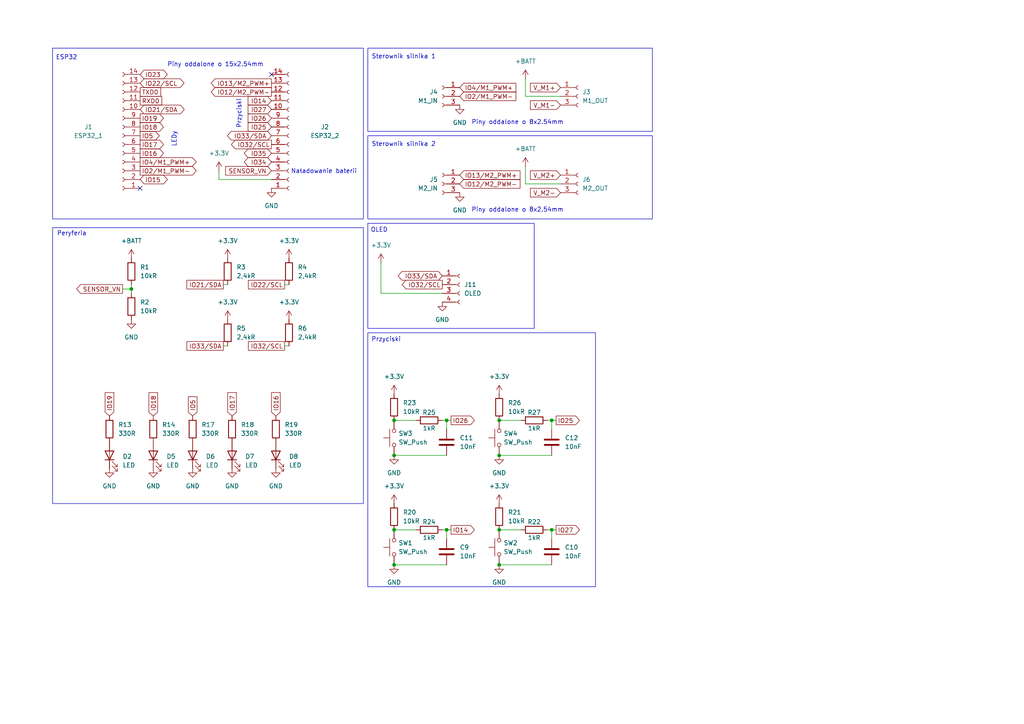
<source format=kicad_sch>
(kicad_sch (version 20231120) (generator "eeschema") (generator_version "8.0")
  (paper "A4")
  (lib_symbols
    (symbol "Connector:Conn_01x03_Socket" (pin_names (offset 1.016) hide)
      (property "Reference" "J" (at 0 5.08 0))
      (property "Value" "Conn_01x03_Socket" (at 0 -5.08 0))
      (symbol "Conn_01x03_Socket_1_1"
        (arc (start 0 -2.032) (mid -0.5058 -2.54) (end 0 -3.048) (stroke (width 0.1524)))
        (polyline (pts (xy -1.27 -2.54) (xy -0.508 -2.54)) (stroke (width 0.1524)))
        (polyline (pts (xy -1.27 0) (xy -0.508 0)) (stroke (width 0.1524)))
        (polyline (pts (xy -1.27 2.54) (xy -0.508 2.54)) (stroke (width 0.1524)))
        (arc (start 0 0.508) (mid -0.5058 0) (end 0 -0.508) (stroke (width 0.1524)))
        (arc (start 0 3.048) (mid -0.5058 2.54) (end 0 2.032) (stroke (width 0.1524)))
        (pin passive line (at -5.08 2.54 0) (length 3.81) (name "Pin_1") (number "1"))
        (pin passive line (at -5.08 0 0) (length 3.81) (name "Pin_2") (number "2"))
        (pin passive line (at -5.08 -2.54 0) (length 3.81) (name "Pin_3") (number "3"))
      )
    )
    (symbol "Connector:Conn_01x04_Socket" (pin_names (offset 1.016) hide)
      (property "Reference" "J" (at 0 5.08 0))
      (property "Value" "Conn_01x04_Socket" (at 0 -7.62 0))
      (symbol "Conn_01x04_Socket_1_1"
        (arc (start 0 -4.572) (mid -0.5058 -5.08) (end 0 -5.588) (stroke (width 0.1524)))
        (arc (start 0 -2.032) (mid -0.5058 -2.54) (end 0 -3.048) (stroke (width 0.1524)))
        (polyline (pts (xy -1.27 -5.08) (xy -0.508 -5.08)) (stroke (width 0.1524)))
        (polyline (pts (xy -1.27 -2.54) (xy -0.508 -2.54)) (stroke (width 0.1524)))
        (polyline (pts (xy -1.27 0) (xy -0.508 0)) (stroke (width 0.1524)))
        (polyline (pts (xy -1.27 2.54) (xy -0.508 2.54)) (stroke (width 0.1524)))
        (arc (start 0 0.508) (mid -0.5058 0) (end 0 -0.508) (stroke (width 0.1524)))
        (arc (start 0 3.048) (mid -0.5058 2.54) (end 0 2.032) (stroke (width 0.1524)))
        (pin passive line (at -5.08 2.54 0) (length 3.81) (name "Pin_1") (number "1"))
        (pin passive line (at -5.08 0 0) (length 3.81) (name "Pin_2") (number "2"))
        (pin passive line (at -5.08 -2.54 0) (length 3.81) (name "Pin_3") (number "3"))
        (pin passive line (at -5.08 -5.08 0) (length 3.81) (name "Pin_4") (number "4"))
      )
    )
    (symbol "Connector:Conn_01x14_Socket" (pin_names (offset 1.016) hide)
      (property "Reference" "J" (at 0 17.78 0))
      (property "Value" "Conn_01x14_Socket" (at 0 -20.32 0))
      (symbol "Conn_01x14_Socket_1_1"
        (arc (start 0 -17.272) (mid -0.5058 -17.78) (end 0 -18.288) (stroke (width 0.1524)))
        (arc (start 0 -14.732) (mid -0.5058 -15.24) (end 0 -15.748) (stroke (width 0.1524)))
        (arc (start 0 -12.192) (mid -0.5058 -12.7) (end 0 -13.208) (stroke (width 0.1524)))
        (arc (start 0 -9.652) (mid -0.5058 -10.16) (end 0 -10.668) (stroke (width 0.1524)))
        (arc (start 0 -7.112) (mid -0.5058 -7.62) (end 0 -8.128) (stroke (width 0.1524)))
        (arc (start 0 -4.572) (mid -0.5058 -5.08) (end 0 -5.588) (stroke (width 0.1524)))
        (arc (start 0 -2.032) (mid -0.5058 -2.54) (end 0 -3.048) (stroke (width 0.1524)))
        (polyline (pts (xy -1.27 -17.78) (xy -0.508 -17.78)) (stroke (width 0.1524)))
        (polyline (pts (xy -1.27 -15.24) (xy -0.508 -15.24)) (stroke (width 0.1524)))
        (polyline (pts (xy -1.27 -12.7) (xy -0.508 -12.7)) (stroke (width 0.1524)))
        (polyline (pts (xy -1.27 -10.16) (xy -0.508 -10.16)) (stroke (width 0.1524)))
        (polyline (pts (xy -1.27 -7.62) (xy -0.508 -7.62)) (stroke (width 0.1524)))
        (polyline (pts (xy -1.27 -5.08) (xy -0.508 -5.08)) (stroke (width 0.1524)))
        (polyline (pts (xy -1.27 -2.54) (xy -0.508 -2.54)) (stroke (width 0.1524)))
        (polyline (pts (xy -1.27 0) (xy -0.508 0)) (stroke (width 0.1524)))
        (polyline (pts (xy -1.27 2.54) (xy -0.508 2.54)) (stroke (width 0.1524)))
        (polyline (pts (xy -1.27 5.08) (xy -0.508 5.08)) (stroke (width 0.1524)))
        (polyline (pts (xy -1.27 7.62) (xy -0.508 7.62)) (stroke (width 0.1524)))
        (polyline (pts (xy -1.27 10.16) (xy -0.508 10.16)) (stroke (width 0.1524)))
        (polyline (pts (xy -1.27 12.7) (xy -0.508 12.7)) (stroke (width 0.1524)))
        (polyline (pts (xy -1.27 15.24) (xy -0.508 15.24)) (stroke (width 0.1524)))
        (arc (start 0 0.508) (mid -0.5058 0) (end 0 -0.508) (stroke (width 0.1524)))
        (arc (start 0 3.048) (mid -0.5058 2.54) (end 0 2.032) (stroke (width 0.1524)))
        (arc (start 0 5.588) (mid -0.5058 5.08) (end 0 4.572) (stroke (width 0.1524)))
        (arc (start 0 8.128) (mid -0.5058 7.62) (end 0 7.112) (stroke (width 0.1524)))
        (arc (start 0 10.668) (mid -0.5058 10.16) (end 0 9.652) (stroke (width 0.1524)))
        (arc (start 0 13.208) (mid -0.5058 12.7) (end 0 12.192) (stroke (width 0.1524)))
        (arc (start 0 15.748) (mid -0.5058 15.24) (end 0 14.732) (stroke (width 0.1524)))
        (pin passive line (at -5.08 15.24 0) (length 3.81) (name "Pin_1") (number "1"))
        (pin passive line (at -5.08 -7.62 0) (length 3.81) (name "Pin_10") (number "10"))
        (pin passive line (at -5.08 -10.16 0) (length 3.81) (name "Pin_11") (number "11"))
        (pin passive line (at -5.08 -12.7 0) (length 3.81) (name "Pin_12") (number "12"))
        (pin passive line (at -5.08 -15.24 0) (length 3.81) (name "Pin_13") (number "13"))
        (pin passive line (at -5.08 -17.78 0) (length 3.81) (name "Pin_14") (number "14"))
        (pin passive line (at -5.08 12.7 0) (length 3.81) (name "Pin_2") (number "2"))
        (pin passive line (at -5.08 10.16 0) (length 3.81) (name "Pin_3") (number "3"))
        (pin passive line (at -5.08 7.62 0) (length 3.81) (name "Pin_4") (number "4"))
        (pin passive line (at -5.08 5.08 0) (length 3.81) (name "Pin_5") (number "5"))
        (pin passive line (at -5.08 2.54 0) (length 3.81) (name "Pin_6") (number "6"))
        (pin passive line (at -5.08 0 0) (length 3.81) (name "Pin_7") (number "7"))
        (pin passive line (at -5.08 -2.54 0) (length 3.81) (name "Pin_8") (number "8"))
        (pin passive line (at -5.08 -5.08 0) (length 3.81) (name "Pin_9") (number "9"))
      )
    )
    (symbol "Device:C" (pin_numbers hide) (pin_names (offset 0.254))
      (property "Reference" "C" (at 0.635 2.54 0))
      (property "Value" "C" (at 0.635 -2.54 0))
      (symbol "C_0_1"
        (polyline (pts (xy -2.032 -0.762) (xy 2.032 -0.762)) (stroke (width 0.508)))
        (polyline (pts (xy -2.032 0.762) (xy 2.032 0.762)) (stroke (width 0.508)))
      )
      (symbol "C_1_1"
        (pin passive line (at 0 3.81 270) (length 2.794) (name "~") (number "1"))
        (pin passive line (at 0 -3.81 90) (length 2.794) (name "~") (number "2"))
      )
    )
    (symbol "Device:LED" (pin_numbers hide) (pin_names (offset 1.016) hide)
      (property "Reference" "D" (at 0 2.54 0))
      (property "Value" "LED" (at 0 -2.54 0))
      (symbol "LED_0_1"
        (polyline (pts (xy -1.27 -1.27) (xy -1.27 1.27)) (stroke (width 0.254)))
        (polyline (pts (xy -1.27 0) (xy 1.27 0)))
        (polyline (pts (xy 1.27 -1.27) (xy 1.27 1.27) (xy -1.27 0) (xy 1.27 -1.27)) (stroke (width 0.254)))
        (polyline (pts (xy -3.048 -0.762) (xy -4.572 -2.286) (xy -3.81 -2.286) (xy -4.572 -2.286) (xy -4.572 -1.524)))
        (polyline (pts (xy -1.778 -0.762) (xy -3.302 -2.286) (xy -2.54 -2.286) (xy -3.302 -2.286) (xy -3.302 -1.524)))
      )
      (symbol "LED_1_1"
        (pin passive line (at -3.81 0 0) (length 2.54) (name "K") (number "1"))
        (pin passive line (at 3.81 0 180) (length 2.54) (name "A") (number "2"))
      )
    )
    (symbol "Device:R" (pin_numbers hide) (pin_names (offset 0))
      (property "Reference" "R" (at 2.032 0 90))
      (property "Value" "R" (at 0 0 90))
      (symbol "R_0_1"
        (rectangle (start -1.016 -2.54) (end 1.016 2.54) (stroke (width 0.254)))
      )
      (symbol "R_1_1"
        (pin passive line (at 0 3.81 270) (length 1.27) (name "~") (number "1"))
        (pin passive line (at 0 -3.81 90) (length 1.27) (name "~") (number "2"))
      )
    )
    (symbol "Switch:SW_Push" (pin_numbers hide) (pin_names (offset 1.016) hide)
      (property "Reference" "SW" (at 1.27 2.54 0))
      (property "Value" "SW_Push" (at 0 -1.524 0))
      (symbol "SW_Push_0_1"
        (circle (center -2.032 0) (radius 0.508))
        (polyline (pts (xy 0 1.27) (xy 0 3.048)))
        (polyline (pts (xy 2.54 1.27) (xy -2.54 1.27)))
        (circle (center 2.032 0) (radius 0.508))
        (pin passive line (at -5.08 0 0) (length 2.54) (name "1") (number "1"))
        (pin passive line (at 5.08 0 180) (length 2.54) (name "2") (number "2"))
      )
    )
    (symbol "power:+3.3V" (power) (pin_numbers hide) (pin_names (offset 0) hide)
      (property "Value" "+3.3V" (at 0 3.556 0))
      (symbol "+3.3V_0_1"
        (polyline (pts (xy -0.762 1.27) (xy 0 2.54)))
        (polyline (pts (xy 0 0) (xy 0 2.54)))
        (polyline (pts (xy 0 2.54) (xy 0.762 1.27)))
      )
      (symbol "+3.3V_1_1"
        (pin power_in line (at 0 0 90) (length 0) (name "~") (number "1"))
      )
    )
    (symbol "power:+BATT" (power) (pin_numbers hide) (pin_names (offset 0) hide)
      (property "Value" "+BATT" (at 0 3.556 0))
      (symbol "+BATT_0_1"
        (polyline (pts (xy -0.762 1.27) (xy 0 2.54)))
        (polyline (pts (xy 0 0) (xy 0 2.54)))
        (polyline (pts (xy 0 2.54) (xy 0.762 1.27)))
      )
      (symbol "+BATT_1_1"
        (pin power_in line (at 0 0 90) (length 0) (name "~") (number "1"))
      )
    )
    (symbol "power:GND" (power) (pin_numbers hide) (pin_names (offset 0) hide)
      (property "Value" "GND" (at 0 -3.81 0))
      (symbol "GND_0_1"
        (polyline (pts (xy 0 0) (xy 0 -1.27) (xy 1.27 -1.27) (xy 0 -2.54) (xy -1.27 -1.27) (xy 0 -1.27)))
      )
      (symbol "GND_1_1"
        (pin power_in line (at 0 0 270) (length 0) (name "~") (number "1"))
      )
    )
  )
  (junction (at 114.3 121.92))
  (junction (at 114.3 163.83))
  (junction (at 114.3 153.67))
  (junction (at 129.54 121.92))
  (junction (at 160.02 121.92))
  (junction (at 129.54 153.67))
  (junction (at 114.3 132.08))
  (junction (at 144.78 121.92))
  (junction (at 144.78 153.67))
  (junction (at 160.02 153.67))
  (junction (at 144.78 163.83))
  (junction (at 38.1 83.82))
  (junction (at 144.78 132.08))
  (no_connect (at 40.64 54.61))
  (no_connect (at 78.74 21.59))
  (wire (pts (xy 110.49 76.2) (xy 110.49 85.09)))
  (wire (pts (xy 83.82 100.33) (xy 82.55 100.33)))
  (wire (pts (xy 152.4 53.34) (xy 162.56 53.34)))
  (wire (pts (xy 144.78 153.67) (xy 151.13 153.67)))
  (wire (pts (xy 152.4 22.86) (xy 152.4 27.94)))
  (wire (pts (xy 35.56 83.82) (xy 38.1 83.82)))
  (wire (pts (xy 160.02 153.67) (xy 160.02 156.21)))
  (wire (pts (xy 160.02 153.67) (xy 161.29 153.67)))
  (wire (pts (xy 38.1 82.55) (xy 38.1 83.82)))
  (wire (pts (xy 128.27 121.92) (xy 129.54 121.92)))
  (wire (pts (xy 129.54 153.67) (xy 129.54 156.21)))
  (wire (pts (xy 144.78 132.08) (xy 160.02 132.08)))
  (wire (pts (xy 64.77 82.55) (xy 66.04 82.55)))
  (wire (pts (xy 110.49 85.09) (xy 128.27 85.09)))
  (wire (pts (xy 144.78 121.92) (xy 151.13 121.92)))
  (wire (pts (xy 144.78 163.83) (xy 160.02 163.83)))
  (wire (pts (xy 83.82 82.55) (xy 82.55 82.55)))
  (wire (pts (xy 114.3 132.08) (xy 129.54 132.08)))
  (wire (pts (xy 152.4 48.26) (xy 152.4 53.34)))
  (wire (pts (xy 38.1 83.82) (xy 38.1 85.09)))
  (wire (pts (xy 63.5 49.53) (xy 63.5 52.07)))
  (wire (pts (xy 160.02 121.92) (xy 161.29 121.92)))
  (wire (pts (xy 129.54 153.67) (xy 130.81 153.67)))
  (wire (pts (xy 64.77 100.33) (xy 66.04 100.33)))
  (wire (pts (xy 129.54 121.92) (xy 130.81 121.92)))
  (wire (pts (xy 160.02 121.92) (xy 160.02 124.46)))
  (wire (pts (xy 128.27 153.67) (xy 129.54 153.67)))
  (wire (pts (xy 158.75 121.92) (xy 160.02 121.92)))
  (wire (pts (xy 114.3 121.92) (xy 120.65 121.92)))
  (wire (pts (xy 114.3 163.83) (xy 129.54 163.83)))
  (wire (pts (xy 114.3 153.67) (xy 120.65 153.67)))
  (wire (pts (xy 152.4 27.94) (xy 162.56 27.94)))
  (wire (pts (xy 63.5 52.07) (xy 78.74 52.07)))
  (wire (pts (xy 158.75 153.67) (xy 160.02 153.67)))
  (wire (pts (xy 129.54 121.92) (xy 129.54 124.46)))
  (rectangle (start 106.68 39.37) (end 189.23 63.5))
  (rectangle (start 15.24 13.97) (end 105.41 63.5))
  (rectangle (start 106.68 96.52) (end 172.72 170.18))
  (rectangle (start 15.24 66.04) (end 105.41 146.05))
  (rectangle (start 106.68 64.77) (end 154.94 95.25))
  (rectangle (start 106.68 13.97) (end 189.23 38.1))
  (text "OLED" (at 109.982 66.802 0) (effects (font (size 1.27 1.27))))
  (text "Peryferia" (at 20.828 67.818 0) (effects (font (size 1.27 1.27))))
  (text "Przyciski\n" (at 112.014 98.552 0) (effects (font (size 1.27 1.27))))
  (text "Piny oddalone o 8x2.54mm" (at 150.114 60.96 0) (effects (font (size 1.27 1.27))))
  (text "Sterownik silnika 1" (at 117.094 16.51 0) (effects (font (size 1.27 1.27))))
  (text "Naładowanie baterii" (at 93.98 49.784 0) (effects (font (size 1.27 1.27))))
  (text "LEDy" (at 50.546 40.386 90) (effects (font (size 1.27 1.27))))
  (text "ESP32" (at 19.304 16.764 0) (effects (font (size 1.27 1.27))))
  (text "Piny oddalone o 8x2.54mm" (at 150.114 35.56 0) (effects (font (size 1.27 1.27))))
  (text "Sterownik silnika 2" (at 117.094 41.91 0) (effects (font (size 1.27 1.27))))
  (text "Piny oddalone o 15x2.54mm" (at 62.484 18.796 0) (effects (font (size 1.27 1.27))))
  (text "Przyciski" (at 69.342 33.02 90) (effects (font (size 1.27 1.27))))
  (global_label "IO14" (shape input) (at 78.74 29.21 180) (property "Intersheetrefs" "${INTERSHEET_REFS}" (effects (hide yes))))
  (global_label "IO18" (shape output) (at 40.64 36.83 0) (property "Intersheetrefs" "${INTERSHEET_REFS}" (effects (hide yes))))
  (global_label "IO16" (shape output) (at 40.64 44.45 0) (property "Intersheetrefs" "${INTERSHEET_REFS}" (effects (hide yes))))
  (global_label "IO33{slash}SDA" (shape passive) (at 64.77 100.33 180) (property "Intersheetrefs" "${INTERSHEET_REFS}" (effects (hide yes))))
  (global_label "IO34" (shape bidirectional) (at 78.74 46.99 180) (property "Intersheetrefs" "${INTERSHEET_REFS}" (effects (hide yes))))
  (global_label "V_M1-" (shape input) (at 162.56 30.48 180) (property "Intersheetrefs" "${INTERSHEET_REFS}" (effects (hide yes))))
  (global_label "IO22{slash}SCL" (shape passive) (at 82.55 82.55 180) (property "Intersheetrefs" "${INTERSHEET_REFS}" (effects (hide yes))))
  (global_label "IO17" (shape output) (at 40.64 41.91 0) (property "Intersheetrefs" "${INTERSHEET_REFS}" (effects (hide yes))))
  (global_label "IO32{slash}SCL" (shape passive) (at 82.55 100.33 180) (property "Intersheetrefs" "${INTERSHEET_REFS}" (effects (hide yes))))
  (global_label "IO5" (shape input) (at 55.88 120.65 90) (property "Intersheetrefs" "${INTERSHEET_REFS}" (effects (hide yes))))
  (global_label "IO12{slash}M2_PWM-" (shape output) (at 78.74 26.67 180) (property "Intersheetrefs" "${INTERSHEET_REFS}" (effects (hide yes))))
  (global_label "IO35" (shape bidirectional) (at 78.74 44.45 180) (property "Intersheetrefs" "${INTERSHEET_REFS}" (effects (hide yes))))
  (global_label "IO23" (shape bidirectional) (at 40.64 21.59 0) (property "Intersheetrefs" "${INTERSHEET_REFS}" (effects (hide yes))))
  (global_label "IO26" (shape input) (at 78.74 34.29 180) (property "Intersheetrefs" "${INTERSHEET_REFS}" (effects (hide yes))))
  (global_label "IO16" (shape input) (at 80.01 120.65 90) (property "Intersheetrefs" "${INTERSHEET_REFS}" (effects (hide yes))))
  (global_label "IO13{slash}M2_PWM+" (shape input) (at 133.35 50.8 0) (property "Intersheetrefs" "${INTERSHEET_REFS}" (effects (hide yes))))
  (global_label "IO5" (shape output) (at 40.64 39.37 0) (property "Intersheetrefs" "${INTERSHEET_REFS}" (effects (hide yes))))
  (global_label "V_M2-" (shape input) (at 162.56 55.88 180) (property "Intersheetrefs" "${INTERSHEET_REFS}" (effects (hide yes))))
  (global_label "V_M2+" (shape input) (at 162.56 50.8 180) (property "Intersheetrefs" "${INTERSHEET_REFS}" (effects (hide yes))))
  (global_label "TXD0" (shape passive) (at 40.64 26.67 0) (property "Intersheetrefs" "${INTERSHEET_REFS}" (effects (hide yes))))
  (global_label "IO27" (shape input) (at 78.74 31.75 180) (property "Intersheetrefs" "${INTERSHEET_REFS}" (effects (hide yes))))
  (global_label "IO32{slash}SCL" (shape output) (at 128.27 82.55 180) (property "Intersheetrefs" "${INTERSHEET_REFS}" (effects (hide yes))))
  (global_label "IO33{slash}SDA" (shape bidirectional) (at 78.74 39.37 180) (property "Intersheetrefs" "${INTERSHEET_REFS}" (effects (hide yes))))
  (global_label "IO22{slash}SCL" (shape bidirectional) (at 40.64 24.13 0) (property "Intersheetrefs" "${INTERSHEET_REFS}" (effects (hide yes))))
  (global_label "IO15" (shape bidirectional) (at 40.64 52.07 0) (property "Intersheetrefs" "${INTERSHEET_REFS}" (effects (hide yes))))
  (global_label "IO19" (shape input) (at 31.75 120.65 90) (property "Intersheetrefs" "${INTERSHEET_REFS}" (effects (hide yes))))
  (global_label "IO13{slash}M2_PWM+" (shape output) (at 78.74 24.13 180) (property "Intersheetrefs" "${INTERSHEET_REFS}" (effects (hide yes))))
  (global_label "SENSOR_VN" (shape output) (at 35.56 83.82 180) (property "Intersheetrefs" "${INTERSHEET_REFS}" (effects (hide yes))))
  (global_label "RXD0" (shape passive) (at 40.64 29.21 0) (property "Intersheetrefs" "${INTERSHEET_REFS}" (effects (hide yes))))
  (global_label "IO25" (shape output) (at 161.29 121.92 0) (property "Intersheetrefs" "${INTERSHEET_REFS}" (effects (hide yes))))
  (global_label "IO19" (shape output) (at 40.64 34.29 0) (property "Intersheetrefs" "${INTERSHEET_REFS}" (effects (hide yes))))
  (global_label "IO4{slash}M1_PWM+" (shape output) (at 40.64 46.99 0) (property "Intersheetrefs" "${INTERSHEET_REFS}" (effects (hide yes))))
  (global_label "IO25" (shape input) (at 78.74 36.83 180) (property "Intersheetrefs" "${INTERSHEET_REFS}" (effects (hide yes))))
  (global_label "IO4{slash}M1_PWM+" (shape input) (at 133.35 25.4 0) (property "Intersheetrefs" "${INTERSHEET_REFS}" (effects (hide yes))))
  (global_label "IO12{slash}M2_PWM-" (shape input) (at 133.35 53.34 0) (property "Intersheetrefs" "${INTERSHEET_REFS}" (effects (hide yes))))
  (global_label "IO2{slash}M1_PWM-" (shape output) (at 40.64 49.53 0) (property "Intersheetrefs" "${INTERSHEET_REFS}" (effects (hide yes))))
  (global_label "IO26" (shape output) (at 130.81 121.92 0) (property "Intersheetrefs" "${INTERSHEET_REFS}" (effects (hide yes))))
  (global_label "IO21{slash}SDA" (shape passive) (at 64.77 82.55 180) (property "Intersheetrefs" "${INTERSHEET_REFS}" (effects (hide yes))))
  (global_label "IO21{slash}SDA" (shape bidirectional) (at 40.64 31.75 0) (property "Intersheetrefs" "${INTERSHEET_REFS}" (effects (hide yes))))
  (global_label "IO14" (shape output) (at 130.81 153.67 0) (property "Intersheetrefs" "${INTERSHEET_REFS}" (effects (hide yes))))
  (global_label "IO2{slash}M1_PWM-" (shape input) (at 133.35 27.94 0) (property "Intersheetrefs" "${INTERSHEET_REFS}" (effects (hide yes))))
  (global_label "IO32{slash}SCL" (shape output) (at 78.74 41.91 180) (property "Intersheetrefs" "${INTERSHEET_REFS}" (effects (hide yes))))
  (global_label "SENSOR_VN" (shape input) (at 78.74 49.53 180) (property "Intersheetrefs" "${INTERSHEET_REFS}" (effects (hide yes))))
  (global_label "IO27" (shape output) (at 161.29 153.67 0) (property "Intersheetrefs" "${INTERSHEET_REFS}" (effects (hide yes))))
  (global_label "IO17" (shape input) (at 67.31 120.65 90) (property "Intersheetrefs" "${INTERSHEET_REFS}" (effects (hide yes))))
  (global_label "V_M1+" (shape input) (at 162.56 25.4 180) (property "Intersheetrefs" "${INTERSHEET_REFS}" (effects (hide yes))))
  (global_label "IO18" (shape input) (at 44.45 120.65 90) (property "Intersheetrefs" "${INTERSHEET_REFS}" (effects (hide yes))))
  (global_label "IO33{slash}SDA" (shape bidirectional) (at 128.27 80.01 180) (property "Intersheetrefs" "${INTERSHEET_REFS}" (effects (hide yes))))
  (symbol (lib_id "power:GND") (at 67.31 135.89 0) (unit 1)
    (property "Reference" "#PWR043" (effects (hide yes)))
    (property "Value" "GND" (at 67.31 140.97 0))
  )
  (symbol (lib_id "Device:R") (at 124.46 153.67 90) (unit 1)
    (property "Reference" "R24" (at 124.46 151.384 90))
    (property "Value" "1kR" (at 124.46 155.956 90))
    (property "Footprint" "Resistor_SMD:R_0402_1005Metric_Pad0.72x0.64mm_HandSolder" (effects (hide yes)))
    (property "Description" "Resistor" (effects (hide yes)))
  )
  (symbol (lib_id "Connector:Conn_01x03_Socket") (at 128.27 53.34 0) (mirror y) (unit 1)
    (property "Reference" "J5" (at 127 52.0699 0) (effects (justify left)))
    (property "Value" "M2_IN" (at 127 54.6099 0) (effects (justify left)))
    (property "Footprint" "Connector_PinSocket_2.54mm:PinSocket_1x03_P2.54mm_Vertical" (effects (hide yes)))
    (property "Description" "Generic connector, single row, 01x03, script generated" (effects (hide yes)))
  )
  (symbol (lib_id "Device:R") (at 154.94 153.67 90) (unit 1)
    (property "Reference" "R22" (at 154.94 151.384 90))
    (property "Value" "1kR" (at 154.94 155.956 90))
    (property "Footprint" "Resistor_SMD:R_0402_1005Metric_Pad0.72x0.64mm_HandSolder" (effects (hide yes)))
    (property "Description" "Resistor" (effects (hide yes)))
  )
  (symbol (lib_id "Device:R") (at 67.31 124.46 0) (unit 1)
    (property "Reference" "R18" (at 69.85 123.1899 0) (effects (justify left)))
    (property "Value" "330R" (at 69.85 125.7299 0) (effects (justify left)))
    (property "Footprint" "Resistor_SMD:R_0402_1005Metric_Pad0.72x0.64mm_HandSolder" (effects (hide yes)))
    (property "Description" "Resistor" (effects (hide yes)))
  )
  (symbol (lib_id "Device:C") (at 129.54 160.02 0) (unit 1)
    (property "Reference" "C9" (at 133.35 158.7499 0) (effects (justify left)))
    (property "Value" "10nF" (at 133.35 161.2899 0) (effects (justify left)))
    (property "Footprint" "Capacitor_SMD:C_0402_1005Metric_Pad0.74x0.62mm_HandSolder" (effects (hide yes)))
    (property "Description" "Unpolarized capacitor" (effects (hide yes)))
  )
  (symbol (lib_id "Device:R") (at 38.1 78.74 0) (unit 1)
    (property "Reference" "R1" (at 40.64 77.4699 0) (effects (justify left)))
    (property "Value" "10kR" (at 40.64 80.0099 0) (effects (justify left)))
    (property "Footprint" "Resistor_SMD:R_0402_1005Metric_Pad0.72x0.64mm_HandSolder" (effects (hide yes)))
    (property "Description" "Resistor" (effects (hide yes)))
  )
  (symbol (lib_id "Device:R") (at 124.46 121.92 90) (unit 1)
    (property "Reference" "R25" (at 124.46 119.634 90))
    (property "Value" "1kR" (at 124.46 124.206 90))
    (property "Footprint" "Resistor_SMD:R_0402_1005Metric_Pad0.72x0.64mm_HandSolder" (effects (hide yes)))
    (property "Description" "Resistor" (effects (hide yes)))
  )
  (symbol (lib_id "power:GND") (at 38.1 92.71 0) (unit 1)
    (property "Reference" "#PWR08" (effects (hide yes)))
    (property "Value" "GND" (at 38.1 97.79 0))
    (property "Description" "Power symbol creates a global label with name \"GND\" , ground" (effects (hide yes)))
  )
  (symbol (lib_id "power:GND") (at 144.78 132.08 0) (unit 1)
    (property "Reference" "#PWR052" (effects (hide yes)))
    (property "Value" "GND" (at 144.78 137.16 0))
  )
  (symbol (lib_id "Device:R") (at 83.82 96.52 0) (unit 1)
    (property "Reference" "R6" (at 86.36 95.2499 0) (effects (justify left)))
    (property "Value" "2,4kR" (at 86.36 97.7899 0) (effects (justify left)))
    (property "Footprint" "Resistor_SMD:R_0402_1005Metric_Pad0.72x0.64mm_HandSolder" (effects (hide yes)))
    (property "Description" "Resistor" (effects (hide yes)))
  )
  (symbol (lib_id "power:+3.3V") (at 110.49 76.2 0) (unit 1)
    (property "Reference" "#PWR037" (effects (hide yes)))
    (property "Value" "+3.3V" (at 110.49 71.12 0))
    (property "Description" "Power symbol creates a global label with name \"+3.3V\"" (effects (hide yes)))
  )
  (symbol (lib_id "Device:C") (at 160.02 128.27 0) (unit 1)
    (property "Reference" "C12" (at 163.83 126.9999 0) (effects (justify left)))
    (property "Value" "10nF" (at 163.83 129.5399 0) (effects (justify left)))
    (property "Footprint" "Capacitor_SMD:C_0402_1005Metric_Pad0.74x0.62mm_HandSolder" (effects (hide yes)))
    (property "Description" "Unpolarized capacitor" (effects (hide yes)))
  )
  (symbol (lib_id "Device:R") (at 66.04 96.52 0) (unit 1)
    (property "Reference" "R5" (at 68.58 95.2499 0) (effects (justify left)))
    (property "Value" "2,4kR" (at 68.58 97.7899 0) (effects (justify left)))
    (property "Footprint" "Resistor_SMD:R_0402_1005Metric_Pad0.72x0.64mm_HandSolder" (effects (hide yes)))
    (property "Description" "Resistor" (effects (hide yes)))
  )
  (symbol (lib_id "power:GND") (at 114.3 132.08 0) (unit 1)
    (property "Reference" "#PWR050" (effects (hide yes)))
    (property "Value" "GND" (at 114.3 137.16 0))
  )
  (symbol (lib_id "Connector:Conn_01x14_Socket") (at 83.82 39.37 0) (mirror x) (unit 1)
    (property "Reference" "J2" (at 94.234 36.83 0))
    (property "Value" "ESP32_2" (at 94.234 39.37 0))
    (property "Footprint" "Connector_PinSocket_2.54mm:PinSocket_1x14_P2.54mm_Vertical" (effects (hide yes)))
    (property "Description" "Generic connector, single row, 01x14, script generated" (effects (hide yes)))
  )
  (symbol (lib_id "power:+BATT") (at 152.4 22.86 0) (unit 1)
    (property "Reference" "#PWR04" (effects (hide yes)))
    (property "Value" "+BATT" (at 152.4 17.78 0))
    (property "Description" "Power symbol creates a global label with name \"+BATT\"" (effects (hide yes)))
  )
  (symbol (lib_id "power:GND") (at 144.78 163.83 0) (unit 1)
    (property "Reference" "#PWR048" (effects (hide yes)))
    (property "Value" "GND" (at 144.78 168.91 0))
  )
  (symbol (lib_id "power:GND") (at 133.35 55.88 0) (unit 1)
    (property "Reference" "#PWR06" (effects (hide yes)))
    (property "Value" "GND" (at 133.35 60.96 0))
  )
  (symbol (lib_id "power:+3.3V") (at 63.5 49.53 0) (unit 1)
    (property "Reference" "#PWR01" (effects (hide yes)))
    (property "Value" "+3.3V" (at 63.5 44.45 0))
    (property "Description" "Power symbol creates a global label with name \"+3.3V\"" (effects (hide yes)))
  )
  (symbol (lib_id "Device:R") (at 114.3 149.86 0) (unit 1)
    (property "Reference" "R20" (at 116.84 148.5899 0) (effects (justify left)))
    (property "Value" "10kR" (at 116.84 151.1299 0) (effects (justify left)))
    (property "Footprint" "Resistor_SMD:R_0402_1005Metric_Pad0.72x0.64mm_HandSolder" (effects (hide yes)))
    (property "Description" "Resistor" (effects (hide yes)))
  )
  (symbol (lib_id "power:+3.3V") (at 66.04 74.93 0) (unit 1)
    (property "Reference" "#PWR09" (effects (hide yes)))
    (property "Value" "+3.3V" (at 66.04 69.85 0))
    (property "Description" "Power symbol creates a global label with name \"+3.3V\"" (effects (hide yes)))
  )
  (symbol (lib_id "Connector:Conn_01x03_Socket") (at 167.64 53.34 0) (unit 1)
    (property "Reference" "J6" (at 168.91 52.0699 0) (effects (justify left)))
    (property "Value" "M2_OUT" (at 168.91 54.6099 0) (effects (justify left)))
    (property "Footprint" "Connector_PinSocket_2.54mm:PinSocket_1x03_P2.54mm_Vertical" (effects (hide yes)))
    (property "Description" "Generic connector, single row, 01x03, script generated" (effects (hide yes)))
  )
  (symbol (lib_id "power:GND") (at 133.35 30.48 0) (unit 1)
    (property "Reference" "#PWR03" (effects (hide yes)))
    (property "Value" "GND" (at 133.35 35.56 0))
  )
  (symbol (lib_id "Connector:Conn_01x14_Socket") (at 35.56 39.37 180) (unit 1)
    (property "Reference" "J1" (at 25.654 36.83 0))
    (property "Value" "ESP32_1" (at 25.654 39.37 0))
    (property "Footprint" "Connector_PinSocket_2.54mm:PinSocket_1x14_P2.54mm_Vertical" (effects (hide yes)))
    (property "Description" "Generic connector, single row, 01x14, script generated" (effects (hide yes)))
  )
  (symbol (lib_id "Connector:Conn_01x04_Socket") (at 133.35 82.55 0) (unit 1)
    (property "Reference" "J11" (at 134.62 82.5499 0) (effects (justify left)))
    (property "Value" "OLED" (at 134.62 85.0899 0) (effects (justify left)))
    (property "Footprint" "Connector_PinSocket_2.54mm:PinSocket_1x04_P2.54mm_Vertical" (effects (hide yes)))
    (property "Description" "Generic connector, single row, 01x04, script generated" (effects (hide yes)))
  )
  (symbol (lib_id "Device:C") (at 129.54 128.27 0) (unit 1)
    (property "Reference" "C11" (at 133.35 126.9999 0) (effects (justify left)))
    (property "Value" "10nF" (at 133.35 129.5399 0) (effects (justify left)))
    (property "Footprint" "Capacitor_SMD:C_0402_1005Metric_Pad0.74x0.62mm_HandSolder" (effects (hide yes)))
    (property "Description" "Unpolarized capacitor" (effects (hide yes)))
  )
  (symbol (lib_id "Device:LED") (at 44.45 132.08 90) (unit 1)
    (property "Reference" "D5" (at 48.26 132.3974 90) (effects (justify right)))
    (property "Value" "LED" (at 48.26 134.9374 90) (effects (justify right)))
    (property "Footprint" "LED_SMD:LED_0402_1005Metric" (effects (hide yes)))
    (property "Description" "Light emitting diode" (effects (hide yes)))
  )
  (symbol (lib_id "Device:R") (at 144.78 149.86 0) (unit 1)
    (property "Reference" "R21" (at 147.32 148.5899 0) (effects (justify left)))
    (property "Value" "10kR" (at 147.32 151.1299 0) (effects (justify left)))
    (property "Footprint" "Resistor_SMD:R_0402_1005Metric_Pad0.72x0.64mm_HandSolder" (effects (hide yes)))
    (property "Description" "Resistor" (effects (hide yes)))
  )
  (symbol (lib_id "Switch:SW_Push") (at 144.78 127 90) (unit 1)
    (property "Reference" "SW4" (at 146.05 125.7299 90) (effects (justify right)))
    (property "Value" "SW_Push" (at 146.05 128.2699 90) (effects (justify right)))
    (property "Footprint" "Button_Switch_THT:SW_PUSH_6mm_H5mm" (effects (hide yes)))
    (property "Description" "Push button switch, generic, two pins" (effects (hide yes)))
  )
  (symbol (lib_id "Device:R") (at 66.04 78.74 0) (unit 1)
    (property "Reference" "R3" (at 68.58 77.4699 0) (effects (justify left)))
    (property "Value" "2,4kR" (at 68.58 80.0099 0) (effects (justify left)))
    (property "Footprint" "Resistor_SMD:R_0402_1005Metric_Pad0.72x0.64mm_HandSolder" (effects (hide yes)))
    (property "Description" "Resistor" (effects (hide yes)))
  )
  (symbol (lib_id "Device:R") (at 31.75 124.46 0) (unit 1)
    (property "Reference" "R13" (at 34.29 123.1899 0) (effects (justify left)))
    (property "Value" "330R" (at 34.29 125.7299 0) (effects (justify left)))
    (property "Footprint" "Resistor_SMD:R_0402_1005Metric_Pad0.72x0.64mm_HandSolder" (effects (hide yes)))
    (property "Description" "Resistor" (effects (hide yes)))
  )
  (symbol (lib_id "power:+3.3V") (at 83.82 92.71 0) (unit 1)
    (property "Reference" "#PWR022" (effects (hide yes)))
    (property "Value" "+3.3V" (at 83.82 87.63 0))
    (property "Description" "Power symbol creates a global label with name \"+3.3V\"" (effects (hide yes)))
  )
  (symbol (lib_id "Device:LED") (at 31.75 132.08 90) (unit 1)
    (property "Reference" "D2" (at 35.56 132.3974 90) (effects (justify right)))
    (property "Value" "LED" (at 35.56 134.9374 90) (effects (justify right)))
    (property "Footprint" "LED_SMD:LED_0402_1005Metric" (effects (hide yes)))
    (property "Description" "Light emitting diode" (effects (hide yes)))
  )
  (symbol (lib_id "Device:R") (at 83.82 78.74 0) (unit 1)
    (property "Reference" "R4" (at 86.36 77.4699 0) (effects (justify left)))
    (property "Value" "2,4kR" (at 86.36 80.0099 0) (effects (justify left)))
    (property "Footprint" "Resistor_SMD:R_0402_1005Metric_Pad0.72x0.64mm_HandSolder" (effects (hide yes)))
    (property "Description" "Resistor" (effects (hide yes)))
  )
  (symbol (lib_id "Switch:SW_Push") (at 114.3 127 90) (unit 1)
    (property "Reference" "SW3" (at 115.57 125.7299 90) (effects (justify right)))
    (property "Value" "SW_Push" (at 115.57 128.2699 90) (effects (justify right)))
    (property "Footprint" "Button_Switch_THT:SW_PUSH_6mm_H5mm" (effects (hide yes)))
    (property "Description" "Push button switch, generic, two pins" (effects (hide yes)))
  )
  (symbol (lib_id "power:+3.3V") (at 114.3 114.3 0) (unit 1)
    (property "Reference" "#PWR049" (effects (hide yes)))
    (property "Value" "+3.3V" (at 114.3 109.22 0))
    (property "Description" "Power symbol creates a global label with name \"+3.3V\"" (effects (hide yes)))
  )
  (symbol (lib_id "Switch:SW_Push") (at 114.3 158.75 90) (unit 1)
    (property "Reference" "SW1" (at 115.57 157.4799 90) (effects (justify right)))
    (property "Value" "SW_Push" (at 115.57 160.0199 90) (effects (justify right)))
    (property "Footprint" "Button_Switch_THT:SW_PUSH_6mm_H5mm" (effects (hide yes)))
    (property "Description" "Push button switch, generic, two pins" (effects (hide yes)))
  )
  (symbol (lib_id "Device:LED") (at 67.31 132.08 90) (unit 1)
    (property "Reference" "D7" (at 71.12 132.3974 90) (effects (justify right)))
    (property "Value" "LED" (at 71.12 134.9374 90) (effects (justify right)))
    (property "Footprint" "LED_SMD:LED_0402_1005Metric" (effects (hide yes)))
    (property "Description" "Light emitting diode" (effects (hide yes)))
  )
  (symbol (lib_id "power:GND") (at 55.88 135.89 0) (unit 1)
    (property "Reference" "#PWR042" (effects (hide yes)))
    (property "Value" "GND" (at 55.88 140.97 0))
  )
  (symbol (lib_id "Switch:SW_Push") (at 144.78 158.75 90) (unit 1)
    (property "Reference" "SW2" (at 146.05 157.4799 90) (effects (justify right)))
    (property "Value" "SW_Push" (at 146.05 160.0199 90) (effects (justify right)))
    (property "Footprint" "Button_Switch_THT:SW_PUSH_6mm_H5mm" (effects (hide yes)))
    (property "Description" "Push button switch, generic, two pins" (effects (hide yes)))
  )
  (symbol (lib_id "Device:R") (at 38.1 88.9 0) (unit 1)
    (property "Reference" "R2" (at 40.64 87.6299 0) (effects (justify left)))
    (property "Value" "10kR" (at 40.64 90.1699 0) (effects (justify left)))
    (property "Footprint" "Resistor_SMD:R_0402_1005Metric_Pad0.72x0.64mm_HandSolder" (effects (hide yes)))
    (property "Description" "Resistor" (effects (hide yes)))
  )
  (symbol (lib_id "Device:R") (at 144.78 118.11 0) (unit 1)
    (property "Reference" "R26" (at 147.32 116.8399 0) (effects (justify left)))
    (property "Value" "10kR" (at 147.32 119.3799 0) (effects (justify left)))
    (property "Footprint" "Resistor_SMD:R_0402_1005Metric_Pad0.72x0.64mm_HandSolder" (effects (hide yes)))
    (property "Description" "Resistor" (effects (hide yes)))
  )
  (symbol (lib_id "power:+3.3V") (at 114.3 146.05 0) (unit 1)
    (property "Reference" "#PWR045" (effects (hide yes)))
    (property "Value" "+3.3V" (at 114.3 140.97 0))
    (property "Description" "Power symbol creates a global label with name \"+3.3V\"" (effects (hide yes)))
  )
  (symbol (lib_id "Device:R") (at 114.3 118.11 0) (unit 1)
    (property "Reference" "R23" (at 116.84 116.8399 0) (effects (justify left)))
    (property "Value" "10kR" (at 116.84 119.3799 0) (effects (justify left)))
    (property "Footprint" "Resistor_SMD:R_0402_1005Metric_Pad0.72x0.64mm_HandSolder" (effects (hide yes)))
    (property "Description" "Resistor" (effects (hide yes)))
  )
  (symbol (lib_id "power:+3.3V") (at 144.78 114.3 0) (unit 1)
    (property "Reference" "#PWR051" (effects (hide yes)))
    (property "Value" "+3.3V" (at 144.78 109.22 0))
    (property "Description" "Power symbol creates a global label with name \"+3.3V\"" (effects (hide yes)))
  )
  (symbol (lib_id "power:GND") (at 44.45 135.89 0) (unit 1)
    (property "Reference" "#PWR040" (effects (hide yes)))
    (property "Value" "GND" (at 44.45 140.97 0))
  )
  (symbol (lib_id "power:+3.3V") (at 144.78 146.05 0) (unit 1)
    (property "Reference" "#PWR047" (effects (hide yes)))
    (property "Value" "+3.3V" (at 144.78 140.97 0))
    (property "Description" "Power symbol creates a global label with name \"+3.3V\"" (effects (hide yes)))
  )
  (symbol (lib_id "power:GND") (at 78.74 54.61 0) (unit 1)
    (property "Reference" "#PWR02" (effects (hide yes)))
    (property "Value" "GND" (at 78.74 59.69 0))
    (property "Description" "Power symbol creates a global label with name \"GND\" , ground" (effects (hide yes)))
  )
  (symbol (lib_id "Connector:Conn_01x03_Socket") (at 167.64 27.94 0) (unit 1)
    (property "Reference" "J3" (at 168.91 26.6699 0) (effects (justify left)))
    (property "Value" "M1_OUT" (at 168.91 29.2099 0) (effects (justify left)))
    (property "Footprint" "Connector_PinSocket_2.54mm:PinSocket_1x03_P2.54mm_Vertical" (effects (hide yes)))
    (property "Description" "Generic connector, single row, 01x03, script generated" (effects (hide yes)))
  )
  (symbol (lib_id "Device:R") (at 44.45 124.46 0) (unit 1)
    (property "Reference" "R14" (at 46.99 123.1899 0) (effects (justify left)))
    (property "Value" "330R" (at 46.99 125.7299 0) (effects (justify left)))
    (property "Footprint" "Resistor_SMD:R_0402_1005Metric_Pad0.72x0.64mm_HandSolder" (effects (hide yes)))
    (property "Description" "Resistor" (effects (hide yes)))
  )
  (symbol (lib_id "Device:R") (at 154.94 121.92 90) (unit 1)
    (property "Reference" "R27" (at 154.94 119.634 90))
    (property "Value" "1kR" (at 154.94 124.206 90))
    (property "Footprint" "Resistor_SMD:R_0402_1005Metric_Pad0.72x0.64mm_HandSolder" (effects (hide yes)))
    (property "Description" "Resistor" (effects (hide yes)))
  )
  (symbol (lib_id "power:+BATT") (at 152.4 48.26 0) (unit 1)
    (property "Reference" "#PWR05" (effects (hide yes)))
    (property "Value" "+BATT" (at 152.4 43.18 0))
    (property "Description" "Power symbol creates a global label with name \"+BATT\"" (effects (hide yes)))
  )
  (symbol (lib_id "power:GND") (at 31.75 135.89 0) (unit 1)
    (property "Reference" "#PWR041" (effects (hide yes)))
    (property "Value" "GND" (at 31.75 140.97 0))
  )
  (symbol (lib_id "Connector:Conn_01x03_Socket") (at 128.27 27.94 0) (mirror y) (unit 1)
    (property "Reference" "J4" (at 127 26.6699 0) (effects (justify left)))
    (property "Value" "M1_IN" (at 127 29.2099 0) (effects (justify left)))
    (property "Footprint" "Connector_PinSocket_2.54mm:PinSocket_1x03_P2.54mm_Vertical" (effects (hide yes)))
    (property "Description" "Generic connector, single row, 01x03, script generated" (effects (hide yes)))
  )
  (symbol (lib_id "power:GND") (at 114.3 163.83 0) (unit 1)
    (property "Reference" "#PWR046" (effects (hide yes)))
    (property "Value" "GND" (at 114.3 168.91 0))
  )
  (symbol (lib_id "Device:LED") (at 80.01 132.08 90) (unit 1)
    (property "Reference" "D8" (at 83.82 132.3974 90) (effects (justify right)))
    (property "Value" "LED" (at 83.82 134.9374 90) (effects (justify right)))
    (property "Footprint" "LED_SMD:LED_0402_1005Metric" (effects (hide yes)))
    (property "Description" "Light emitting diode" (effects (hide yes)))
  )
  (symbol (lib_id "power:+3.3V") (at 66.04 92.71 0) (unit 1)
    (property "Reference" "#PWR012" (effects (hide yes)))
    (property "Value" "+3.3V" (at 66.04 87.63 0))
    (property "Description" "Power symbol creates a global label with name \"+3.3V\"" (effects (hide yes)))
  )
  (symbol (lib_id "Device:R") (at 55.88 124.46 0) (unit 1)
    (property "Reference" "R17" (at 58.42 123.1899 0) (effects (justify left)))
    (property "Value" "330R" (at 58.42 125.7299 0) (effects (justify left)))
    (property "Footprint" "Resistor_SMD:R_0402_1005Metric_Pad0.72x0.64mm_HandSolder" (effects (hide yes)))
    (property "Description" "Resistor" (effects (hide yes)))
  )
  (symbol (lib_id "Device:R") (at 80.01 124.46 0) (unit 1)
    (property "Reference" "R19" (at 82.55 123.1899 0) (effects (justify left)))
    (property "Value" "330R" (at 82.55 125.7299 0) (effects (justify left)))
    (property "Footprint" "Resistor_SMD:R_0402_1005Metric_Pad0.72x0.64mm_HandSolder" (effects (hide yes)))
    (property "Description" "Resistor" (effects (hide yes)))
  )
  (symbol (lib_id "power:GND") (at 128.27 87.63 0) (unit 1)
    (property "Reference" "#PWR032" (effects (hide yes)))
    (property "Value" "GND" (at 128.27 92.71 0))
  )
  (symbol (lib_id "Device:LED") (at 55.88 132.08 90) (unit 1)
    (property "Reference" "D6" (at 59.69 132.3974 90) (effects (justify right)))
    (property "Value" "LED" (at 59.69 134.9374 90) (effects (justify right)))
    (property "Footprint" "LED_SMD:LED_0402_1005Metric" (effects (hide yes)))
    (property "Description" "Light emitting diode" (effects (hide yes)))
  )
  (symbol (lib_id "Device:C") (at 160.02 160.02 0) (unit 1)
    (property "Reference" "C10" (at 163.83 158.7499 0) (effects (justify left)))
    (property "Value" "10nF" (at 163.83 161.2899 0) (effects (justify left)))
    (property "Footprint" "Capacitor_SMD:C_0402_1005Metric_Pad0.74x0.62mm_HandSolder" (effects (hide yes)))
    (property "Description" "Unpolarized capacitor" (effects (hide yes)))
  )
  (symbol (lib_id "power:+3.3V") (at 83.82 74.93 0) (unit 1)
    (property "Reference" "#PWR010" (effects (hide yes)))
    (property "Value" "+3.3V" (at 83.82 69.85 0))
    (property "Description" "Power symbol creates a global label with name \"+3.3V\"" (effects (hide yes)))
  )
  (symbol (lib_id "power:+BATT") (at 38.1 74.93 0) (unit 1)
    (property "Reference" "#PWR07" (effects (hide yes)))
    (property "Value" "+BATT" (at 38.1 69.85 0))
    (property "Description" "Power symbol creates a global label with name \"+BATT\"" (effects (hide yes)))
  )
  (symbol (lib_id "power:GND") (at 80.01 135.89 0) (unit 1)
    (property "Reference" "#PWR044" (effects (hide yes)))
    (property "Value" "GND" (at 80.01 140.97 0))
  )
)
</source>
